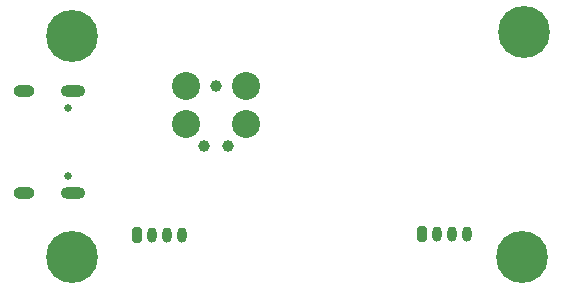
<source format=gbr>
%TF.GenerationSoftware,KiCad,Pcbnew,7.0.9*%
%TF.CreationDate,2024-03-07T22:07:38-08:00*%
%TF.ProjectId,stm32mc,73746d33-326d-4632-9e6b-696361645f70,rev?*%
%TF.SameCoordinates,PX2625a00PY510ff40*%
%TF.FileFunction,Soldermask,Bot*%
%TF.FilePolarity,Negative*%
%FSLAX46Y46*%
G04 Gerber Fmt 4.6, Leading zero omitted, Abs format (unit mm)*
G04 Created by KiCad (PCBNEW 7.0.9) date 2024-03-07 22:07:38*
%MOMM*%
%LPD*%
G01*
G04 APERTURE LIST*
G04 Aperture macros list*
%AMRoundRect*
0 Rectangle with rounded corners*
0 $1 Rounding radius*
0 $2 $3 $4 $5 $6 $7 $8 $9 X,Y pos of 4 corners*
0 Add a 4 corners polygon primitive as box body*
4,1,4,$2,$3,$4,$5,$6,$7,$8,$9,$2,$3,0*
0 Add four circle primitives for the rounded corners*
1,1,$1+$1,$2,$3*
1,1,$1+$1,$4,$5*
1,1,$1+$1,$6,$7*
1,1,$1+$1,$8,$9*
0 Add four rect primitives between the rounded corners*
20,1,$1+$1,$2,$3,$4,$5,0*
20,1,$1+$1,$4,$5,$6,$7,0*
20,1,$1+$1,$6,$7,$8,$9,0*
20,1,$1+$1,$8,$9,$2,$3,0*%
G04 Aperture macros list end*
%ADD10C,0.700000*%
%ADD11C,4.400000*%
%ADD12O,0.800000X1.300000*%
%ADD13RoundRect,0.200000X-0.200000X-0.450000X0.200000X-0.450000X0.200000X0.450000X-0.200000X0.450000X0*%
%ADD14C,2.374900*%
%ADD15C,0.990600*%
%ADD16C,0.650000*%
%ADD17O,2.100000X1.000000*%
%ADD18O,1.800000X1.000000*%
G04 APERTURE END LIST*
D10*
%TO.C,H4*%
X46066726Y1916548D03*
X44900000Y4733274D03*
X43733274Y4250000D03*
X43250000Y3083274D03*
X46066726Y4250000D03*
X43733274Y1916548D03*
X44900000Y1433274D03*
D11*
X44900000Y3083274D03*
D10*
X46550000Y3083274D03*
%TD*%
%TO.C,H3*%
X8016726Y1933274D03*
X6850000Y4750000D03*
X5683274Y4266726D03*
X5200000Y3100000D03*
X8016726Y4266726D03*
X5683274Y1933274D03*
X6850000Y1450000D03*
D11*
X6850000Y3100000D03*
D10*
X8500000Y3100000D03*
%TD*%
%TO.C,H2*%
X8016726Y20666548D03*
X6850000Y23483274D03*
X5683274Y23000000D03*
X5200000Y21833274D03*
X8016726Y23000000D03*
X5683274Y20666548D03*
X6850000Y20183274D03*
D11*
X6850000Y21833274D03*
D10*
X8500000Y21833274D03*
%TD*%
%TO.C,H1*%
X46733274Y22100000D03*
D11*
X45083274Y22100000D03*
D10*
X45083274Y20450000D03*
X43916548Y20933274D03*
X46250000Y23266726D03*
X43433274Y22100000D03*
X43916548Y23266726D03*
X45083274Y23750000D03*
X46250000Y20933274D03*
%TD*%
D12*
%TO.C,J4*%
X40250000Y5000000D03*
X39000000Y5000000D03*
X37750000Y5000000D03*
D13*
X36500000Y5000000D03*
%TD*%
%TO.C,J3*%
X12375000Y4950000D03*
D12*
X13625000Y4950000D03*
X14875000Y4950000D03*
X16125000Y4950000D03*
%TD*%
D14*
%TO.C,J2*%
X16460000Y17540000D03*
X21540000Y17540000D03*
D15*
X19000000Y17540000D03*
X20016000Y12460000D03*
D14*
X16460000Y14365000D03*
X21540000Y14365000D03*
D15*
X17984000Y12460000D03*
%TD*%
D16*
%TO.C,J1*%
X6455000Y15690000D03*
X6455000Y9910000D03*
D17*
X6955000Y17120000D03*
D18*
X2775000Y17120000D03*
D17*
X6955000Y8480000D03*
D18*
X2775000Y8480000D03*
%TD*%
M02*

</source>
